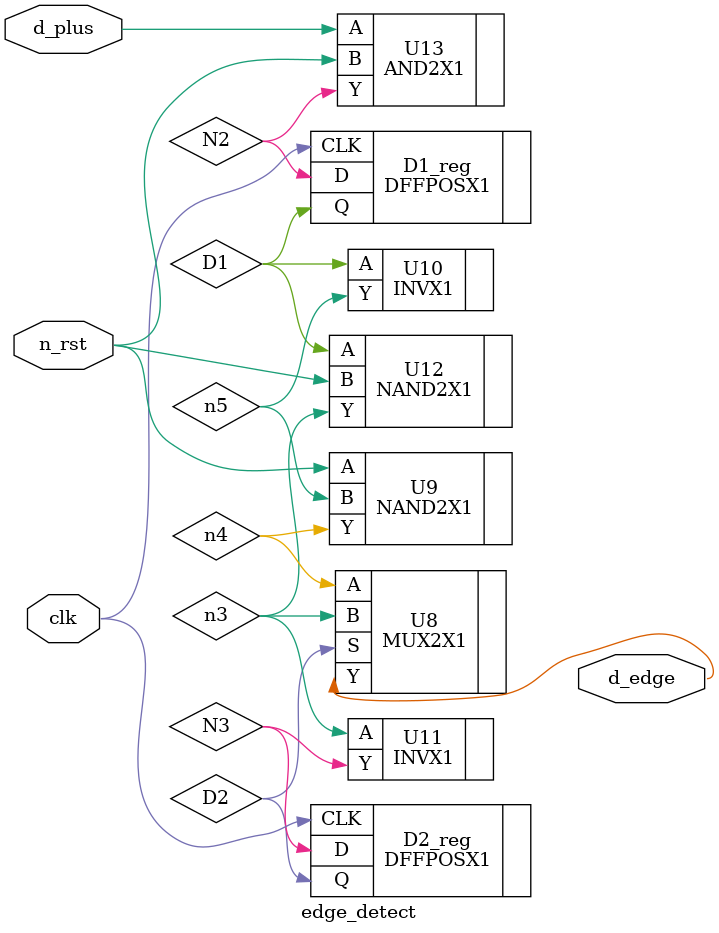
<source format=v>


module edge_detect ( clk, n_rst, d_plus, d_edge );
  input clk, n_rst, d_plus;
  output d_edge;
  wire   D1, N2, D2, N3, n3, n4, n5;

  DFFPOSX1 D1_reg ( .D(N2), .CLK(clk), .Q(D1) );
  DFFPOSX1 D2_reg ( .D(N3), .CLK(clk), .Q(D2) );
  MUX2X1 U8 ( .B(n3), .A(n4), .S(D2), .Y(d_edge) );
  NAND2X1 U9 ( .A(n_rst), .B(n5), .Y(n4) );
  INVX1 U10 ( .A(D1), .Y(n5) );
  INVX1 U11 ( .A(n3), .Y(N3) );
  NAND2X1 U12 ( .A(D1), .B(n_rst), .Y(n3) );
  AND2X1 U13 ( .A(d_plus), .B(n_rst), .Y(N2) );
endmodule


</source>
